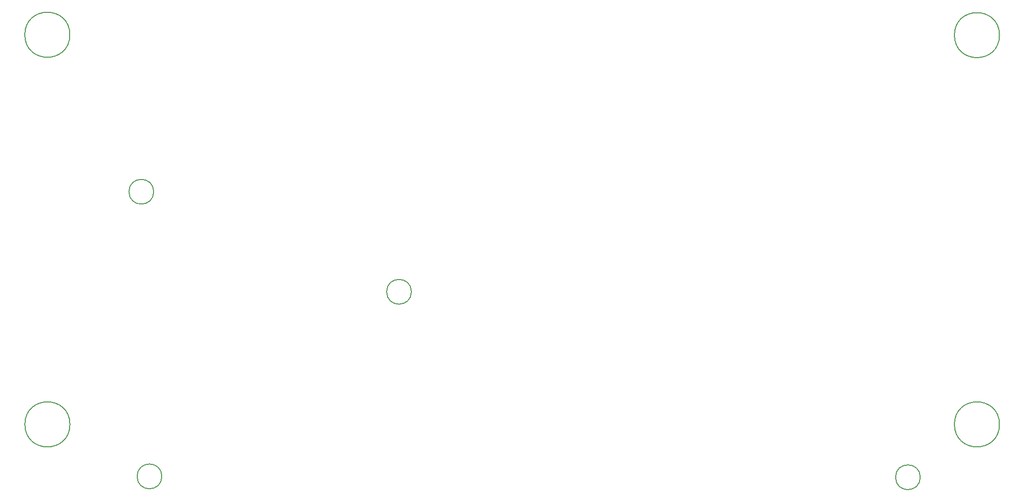
<source format=gbr>
%TF.GenerationSoftware,KiCad,Pcbnew,7.0.6-0*%
%TF.CreationDate,2024-10-04T12:35:45+02:00*%
%TF.ProjectId,Z3660_v022,5a333636-305f-4763-9032-322e6b696361,v0.22*%
%TF.SameCoordinates,Original*%
%TF.FileFunction,Other,Comment*%
%FSLAX46Y46*%
G04 Gerber Fmt 4.6, Leading zero omitted, Abs format (unit mm)*
G04 Created by KiCad (PCBNEW 7.0.6-0) date 2024-10-04 12:35:45*
%MOMM*%
%LPD*%
G01*
G04 APERTURE LIST*
%ADD10C,0.150000*%
G04 APERTURE END LIST*
D10*
%TO.C,H1*%
X88661100Y-39297100D02*
G75*
G03*
X88661100Y-39297100I-4000000J0D01*
G01*
%TO.C,H2*%
X253760800Y-39365800D02*
G75*
G03*
X253760800Y-39365800I-4000000J0D01*
G01*
%TO.C,H4*%
X253760800Y-108561200D02*
G75*
G03*
X253760800Y-108561200I-4000000J0D01*
G01*
%TO.C,H5*%
X104998000Y-117808300D02*
G75*
G03*
X104998000Y-117808300I-2200000J0D01*
G01*
%TO.C,H6*%
X239697400Y-117957700D02*
G75*
G03*
X239697400Y-117957700I-2200000J0D01*
G01*
%TO.C,H3*%
X88673300Y-108561200D02*
G75*
G03*
X88673300Y-108561200I-4000000J0D01*
G01*
%TO.C,H7*%
X149316800Y-84988400D02*
G75*
G03*
X149316800Y-84988400I-2200000J0D01*
G01*
%TO.C,H8*%
X103550000Y-67200000D02*
G75*
G03*
X103550000Y-67200000I-2200000J0D01*
G01*
%TD*%
M02*

</source>
